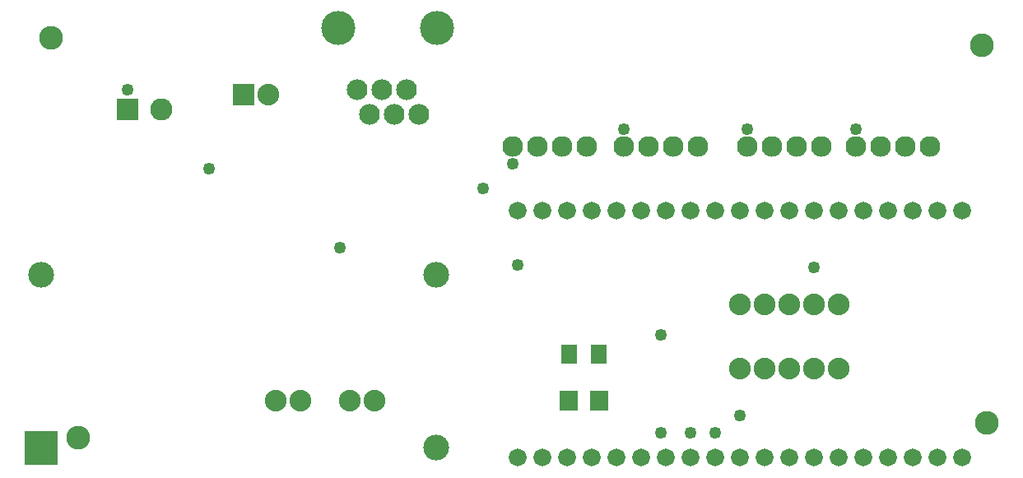
<source format=gbs>
G04 MADE WITH FRITZING*
G04 WWW.FRITZING.ORG*
G04 DOUBLE SIDED*
G04 HOLES PLATED*
G04 CONTOUR ON CENTER OF CONTOUR VECTOR*
%ASAXBY*%
%FSLAX23Y23*%
%MOIN*%
%OFA0B0*%
%SFA1.0B1.0*%
%ADD10C,0.072000*%
%ADD11C,0.049370*%
%ADD12C,0.104488*%
%ADD13C,0.088000*%
%ADD14C,0.096614*%
%ADD15C,0.090000*%
%ADD16C,0.084000*%
%ADD17C,0.138000*%
%ADD18C,0.083889*%
%ADD19R,0.072992X0.084803*%
%ADD20R,0.010189X0.010189*%
%ADD21R,0.090000X0.090000*%
%ADD22R,0.088000X0.088000*%
%ADD23C,0.010000*%
%ADD24R,0.001000X0.001000*%
%LNMASK0*%
G90*
G70*
G54D10*
X2335Y88D03*
X2435Y88D03*
X2535Y88D03*
X2635Y88D03*
X2735Y88D03*
X2835Y88D03*
X2935Y88D03*
X3035Y88D03*
X3135Y88D03*
X3235Y88D03*
X3335Y88D03*
X3435Y88D03*
X3535Y88D03*
X3635Y88D03*
X3735Y88D03*
X3835Y88D03*
X2036Y88D03*
X2135Y88D03*
X2235Y88D03*
X2335Y1088D03*
X2435Y1088D03*
X2535Y1088D03*
X2635Y1088D03*
X2735Y1088D03*
X2835Y1088D03*
X2935Y1088D03*
X3035Y1088D03*
X3135Y1088D03*
X3235Y1088D03*
X3335Y1088D03*
X3435Y1088D03*
X3535Y1088D03*
X3635Y1088D03*
X3735Y1088D03*
X3835Y1088D03*
X2035Y1088D03*
X2135Y1088D03*
X2235Y1088D03*
G54D11*
X1895Y1178D03*
X1315Y938D03*
X3235Y858D03*
X2035Y868D03*
X2835Y188D03*
X2935Y258D03*
X2735Y188D03*
X2615Y188D03*
X2616Y587D03*
G54D12*
X105Y128D03*
X105Y828D03*
X1705Y828D03*
X1705Y128D03*
X105Y128D03*
X105Y828D03*
X1705Y828D03*
X1705Y128D03*
G54D11*
X3405Y1418D03*
X2965Y1418D03*
X2465Y1418D03*
X2015Y1278D03*
X455Y1578D03*
X785Y1258D03*
G54D13*
X1055Y318D03*
X1155Y318D03*
X1355Y318D03*
X1455Y318D03*
G54D14*
X3935Y228D03*
X255Y168D03*
X145Y1788D03*
X3915Y1758D03*
G54D15*
X455Y1498D03*
X593Y1498D03*
G54D16*
X1635Y1478D03*
X1585Y1578D03*
X1535Y1478D03*
X1485Y1578D03*
X1435Y1478D03*
X1385Y1578D03*
G54D17*
X1710Y1828D03*
X1310Y1828D03*
G54D13*
X925Y1558D03*
X1025Y1558D03*
X3335Y708D03*
X3235Y708D03*
X3135Y708D03*
X3035Y708D03*
X2935Y708D03*
X3335Y708D03*
X3235Y708D03*
X3135Y708D03*
X3035Y708D03*
X2935Y708D03*
X3335Y448D03*
X3235Y448D03*
X3135Y448D03*
X3035Y448D03*
X2935Y448D03*
X3335Y448D03*
X3235Y448D03*
X3135Y448D03*
X3035Y448D03*
X2935Y448D03*
G54D18*
X3405Y1348D03*
X3505Y1348D03*
X3605Y1348D03*
X3705Y1348D03*
X2965Y1348D03*
X3065Y1348D03*
X3165Y1348D03*
X3265Y1348D03*
X2465Y1348D03*
X2565Y1348D03*
X2665Y1348D03*
X2765Y1348D03*
X2015Y1348D03*
X2115Y1348D03*
X2215Y1348D03*
X2315Y1348D03*
G54D19*
X2243Y318D03*
X2365Y318D03*
G54D20*
X1705Y80D03*
X1705Y80D03*
G54D21*
X455Y1498D03*
G54D22*
X925Y1558D03*
G54D23*
G36*
X2211Y470D02*
X2211Y545D01*
X2274Y545D01*
X2274Y470D01*
X2211Y470D01*
G37*
D02*
G36*
X2333Y470D02*
X2333Y545D01*
X2396Y545D01*
X2396Y470D01*
X2333Y470D01*
G37*
D02*
G54D24*
X38Y196D02*
X173Y196D01*
X38Y195D02*
X173Y195D01*
X38Y194D02*
X173Y194D01*
X38Y193D02*
X173Y193D01*
X38Y192D02*
X173Y192D01*
X38Y191D02*
X173Y191D01*
X38Y190D02*
X173Y190D01*
X38Y189D02*
X173Y189D01*
X38Y188D02*
X173Y188D01*
X38Y187D02*
X173Y187D01*
X38Y186D02*
X173Y186D01*
X38Y185D02*
X173Y185D01*
X38Y184D02*
X173Y184D01*
X38Y183D02*
X173Y183D01*
X38Y182D02*
X173Y182D01*
X38Y181D02*
X173Y181D01*
X38Y180D02*
X173Y180D01*
X38Y179D02*
X173Y179D01*
X38Y178D02*
X173Y178D01*
X38Y177D02*
X173Y177D01*
X38Y176D02*
X173Y176D01*
X38Y175D02*
X173Y175D01*
X38Y174D02*
X173Y174D01*
X38Y173D02*
X173Y173D01*
X38Y172D02*
X173Y172D01*
X38Y171D02*
X173Y171D01*
X38Y170D02*
X173Y170D01*
X38Y169D02*
X173Y169D01*
X38Y168D02*
X173Y168D01*
X38Y167D02*
X173Y167D01*
X38Y166D02*
X173Y166D01*
X38Y165D02*
X173Y165D01*
X38Y164D02*
X173Y164D01*
X38Y163D02*
X173Y163D01*
X38Y162D02*
X173Y162D01*
X38Y161D02*
X173Y161D01*
X38Y160D02*
X173Y160D01*
X38Y159D02*
X173Y159D01*
X38Y158D02*
X173Y158D01*
X38Y157D02*
X173Y157D01*
X38Y156D02*
X173Y156D01*
X38Y155D02*
X173Y155D01*
X38Y154D02*
X173Y154D01*
X38Y153D02*
X173Y153D01*
X38Y152D02*
X173Y152D01*
X38Y151D02*
X173Y151D01*
X38Y150D02*
X173Y150D01*
X38Y149D02*
X173Y149D01*
X38Y148D02*
X173Y148D01*
X38Y147D02*
X173Y147D01*
X38Y146D02*
X173Y146D01*
X38Y145D02*
X173Y145D01*
X38Y144D02*
X173Y144D01*
X38Y143D02*
X173Y143D01*
X38Y142D02*
X173Y142D01*
X38Y141D02*
X173Y141D01*
X38Y140D02*
X173Y140D01*
X38Y139D02*
X173Y139D01*
X38Y138D02*
X173Y138D01*
X38Y137D02*
X173Y137D01*
X38Y136D02*
X173Y136D01*
X38Y135D02*
X173Y135D01*
X38Y134D02*
X173Y134D01*
X38Y133D02*
X173Y133D01*
X38Y132D02*
X173Y132D01*
X38Y131D02*
X173Y131D01*
X38Y130D02*
X173Y130D01*
X38Y129D02*
X173Y129D01*
X38Y128D02*
X104Y128D01*
X107Y128D02*
X173Y128D01*
X38Y127D02*
X173Y127D01*
X38Y126D02*
X173Y126D01*
X38Y125D02*
X173Y125D01*
X38Y124D02*
X173Y124D01*
X38Y123D02*
X173Y123D01*
X38Y122D02*
X173Y122D01*
X38Y121D02*
X173Y121D01*
X38Y120D02*
X173Y120D01*
X38Y119D02*
X173Y119D01*
X38Y118D02*
X173Y118D01*
X38Y117D02*
X173Y117D01*
X38Y116D02*
X173Y116D01*
X38Y115D02*
X173Y115D01*
X38Y114D02*
X173Y114D01*
X38Y113D02*
X173Y113D01*
X38Y112D02*
X173Y112D01*
X38Y111D02*
X173Y111D01*
X38Y110D02*
X173Y110D01*
X38Y109D02*
X173Y109D01*
X38Y108D02*
X173Y108D01*
X38Y107D02*
X173Y107D01*
X38Y106D02*
X173Y106D01*
X38Y105D02*
X173Y105D01*
X38Y104D02*
X173Y104D01*
X38Y103D02*
X173Y103D01*
X38Y102D02*
X173Y102D01*
X38Y101D02*
X173Y101D01*
X38Y100D02*
X173Y100D01*
X38Y99D02*
X173Y99D01*
X38Y98D02*
X173Y98D01*
X38Y97D02*
X173Y97D01*
X38Y96D02*
X173Y96D01*
X38Y95D02*
X173Y95D01*
X38Y94D02*
X173Y94D01*
X38Y93D02*
X173Y93D01*
X38Y92D02*
X173Y92D01*
X38Y91D02*
X173Y91D01*
X38Y90D02*
X173Y90D01*
X38Y89D02*
X173Y89D01*
X38Y88D02*
X173Y88D01*
X38Y87D02*
X173Y87D01*
X38Y86D02*
X173Y86D01*
X38Y85D02*
X173Y85D01*
X38Y84D02*
X173Y84D01*
X38Y83D02*
X173Y83D01*
X38Y82D02*
X173Y82D01*
X38Y81D02*
X173Y81D01*
X38Y80D02*
X173Y80D01*
X38Y79D02*
X173Y79D01*
X38Y78D02*
X173Y78D01*
X38Y77D02*
X173Y77D01*
X38Y76D02*
X173Y76D01*
X38Y75D02*
X173Y75D01*
X38Y74D02*
X173Y74D01*
X38Y73D02*
X173Y73D01*
X38Y72D02*
X173Y72D01*
X38Y71D02*
X173Y71D01*
X38Y70D02*
X173Y70D01*
X38Y69D02*
X173Y69D01*
X38Y68D02*
X173Y68D01*
X38Y67D02*
X173Y67D01*
X38Y66D02*
X173Y66D01*
X38Y65D02*
X173Y65D01*
X38Y64D02*
X173Y64D01*
X38Y63D02*
X173Y63D01*
X38Y62D02*
X173Y62D01*
X38Y61D02*
X173Y61D01*
D02*
G04 End of Mask0*
M02*
</source>
